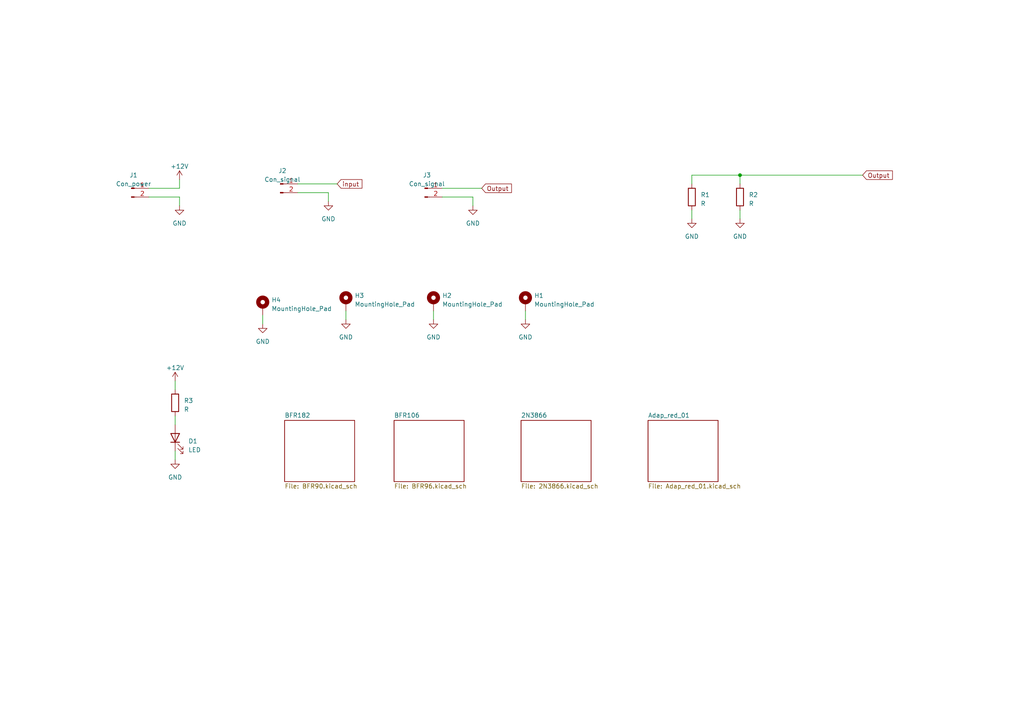
<source format=kicad_sch>
(kicad_sch (version 20230121) (generator eeschema)
  (paper "A4")
  (lib_symbols
    (symbol "Connector:Conn_01x02_Pin" (pin_names (offset 1.016) hide)
      (property "Reference" "J" (at 0 2.54 0))
      (property "Value" "Conn_01x02_Pin" (at 0 -5.08 0))
      (symbol "Conn_01x02_Pin_1_1"
        (polyline (pts (xy 1.27 -2.54) (xy 0.8636 -2.54)) (stroke (width 0.1524)))
        (polyline (pts (xy 1.27 0) (xy 0.8636 0)) (stroke (width 0.1524)))
        (rectangle (start 0.8636 -2.413) (end 0 -2.667) (stroke (width 0.1524)) (fill (type outline)))
        (rectangle (start 0.8636 0.127) (end 0 -0.127) (stroke (width 0.1524)) (fill (type outline)))
        (pin passive line (at 5.08 0 180) (length 3.81) (name "Pin_1") (number "1"))
        (pin passive line (at 5.08 -2.54 180) (length 3.81) (name "Pin_2") (number "2"))
      )
    )
    (symbol "Device:LED" (pin_numbers hide) (pin_names (offset 1.016) hide)
      (property "Reference" "D" (at 0 2.54 0))
      (property "Value" "LED" (at 0 -2.54 0))
      (symbol "LED_0_1"
        (polyline (pts (xy -1.27 -1.27) (xy -1.27 1.27)) (stroke (width 0.254)))
        (polyline (pts (xy -1.27 0) (xy 1.27 0)))
        (polyline (pts (xy 1.27 -1.27) (xy 1.27 1.27) (xy -1.27 0) (xy 1.27 -1.27)) (stroke (width 0.254)))
        (polyline (pts (xy -3.048 -0.762) (xy -4.572 -2.286) (xy -3.81 -2.286) (xy -4.572 -2.286) (xy -4.572 -1.524)))
        (polyline (pts (xy -1.778 -0.762) (xy -3.302 -2.286) (xy -2.54 -2.286) (xy -3.302 -2.286) (xy -3.302 -1.524)))
      )
      (symbol "LED_1_1"
        (pin passive line (at -3.81 0 0) (length 2.54) (name "K") (number "1"))
        (pin passive line (at 3.81 0 180) (length 2.54) (name "A") (number "2"))
      )
    )
    (symbol "Device:R" (pin_numbers hide) (pin_names (offset 0))
      (property "Reference" "R" (at 2.032 0 90))
      (property "Value" "R" (at 0 0 90))
      (symbol "R_0_1"
        (rectangle (start -1.016 -2.54) (end 1.016 2.54) (stroke (width 0.254)))
      )
      (symbol "R_1_1"
        (pin passive line (at 0 3.81 270) (length 1.27) (name "~") (number "1"))
        (pin passive line (at 0 -3.81 90) (length 1.27) (name "~") (number "2"))
      )
    )
    (symbol "Mechanical:MountingHole_Pad" (pin_numbers hide) (pin_names (offset 1.016) hide)
      (property "Reference" "H" (at 0 6.35 0))
      (property "Value" "MountingHole_Pad" (at 0 4.445 0))
      (symbol "MountingHole_Pad_0_1"
        (circle (center 0 1.27) (radius 1.27) (stroke (width 1.27)))
      )
      (symbol "MountingHole_Pad_1_1"
        (pin input line (at 0 -2.54 90) (length 2.54) (name "1") (number "1"))
      )
    )
    (symbol "power:+12V" (power) (pin_names (offset 0))
      (property "Value" "+12V" (at 0 3.556 0))
      (symbol "+12V_0_1"
        (polyline (pts (xy -0.762 1.27) (xy 0 2.54)))
        (polyline (pts (xy 0 0) (xy 0 2.54)))
        (polyline (pts (xy 0 2.54) (xy 0.762 1.27)))
      )
      (symbol "+12V_1_1"
        (pin power_in line (at 0 0 90) (length 0) hide (name "+12V") (number "1"))
      )
    )
    (symbol "power:GND" (power) (pin_names (offset 0))
      (property "Value" "GND" (at 0 -3.81 0))
      (symbol "GND_0_1"
        (polyline (pts (xy 0 0) (xy 0 -1.27) (xy 1.27 -1.27) (xy 0 -2.54) (xy -1.27 -1.27) (xy 0 -1.27)))
      )
      (symbol "GND_1_1"
        (pin power_in line (at 0 0 270) (length 0) hide (name "GND") (number "1"))
      )
    )
  )
  (junction (at 214.63 50.8))
  (wire (pts (xy 152.4 90.17) (xy 152.4 92.71)))
  (wire (pts (xy 50.8 110.49) (xy 50.8 113.03)))
  (wire (pts (xy 50.8 120.65) (xy 50.8 123.19)))
  (wire (pts (xy 100.33 90.17) (xy 100.33 92.71)))
  (wire (pts (xy 43.18 54.61) (xy 52.07 54.61)))
  (wire (pts (xy 200.66 50.8) (xy 200.66 53.34)))
  (wire (pts (xy 86.36 55.88) (xy 95.25 55.88)))
  (wire (pts (xy 214.63 60.96) (xy 214.63 63.5)))
  (wire (pts (xy 214.63 50.8) (xy 250.19 50.8)))
  (wire (pts (xy 128.27 57.15) (xy 137.16 57.15)))
  (wire (pts (xy 200.66 60.96) (xy 200.66 63.5)))
  (wire (pts (xy 137.16 57.15) (xy 137.16 59.69)))
  (wire (pts (xy 86.36 53.34) (xy 97.79 53.34)))
  (wire (pts (xy 50.8 130.81) (xy 50.8 133.35)))
  (wire (pts (xy 76.2 91.44) (xy 76.2 93.98)))
  (wire (pts (xy 128.27 54.61) (xy 139.7 54.61)))
  (wire (pts (xy 95.25 55.88) (xy 95.25 58.42)))
  (wire (pts (xy 52.07 54.61) (xy 52.07 52.07)))
  (wire (pts (xy 214.63 50.8) (xy 214.63 53.34)))
  (wire (pts (xy 52.07 57.15) (xy 52.07 59.69)))
  (wire (pts (xy 214.63 50.8) (xy 200.66 50.8)))
  (wire (pts (xy 43.18 57.15) (xy 52.07 57.15)))
  (wire (pts (xy 125.73 90.17) (xy 125.73 92.71)))
  (global_label "Output" (shape input) (at 250.19 50.8 0) (property "Intersheetrefs" "${INTERSHEET_REFS}" (effects hide)))
  (global_label "input" (shape input) (at 97.79 53.34 0) (property "Intersheetrefs" "${INTERSHEET_REFS}" (effects hide)))
  (global_label "Output" (shape input) (at 139.7 54.61 0) (property "Intersheetrefs" "${INTERSHEET_REFS}" (effects hide)))
  (symbol (lib_id "power:+12V") (at 50.8 110.49 0) (unit 1)
    (property "Reference" "#PWR07" (effects hide))
    (property "Value" "+12V" (at 50.8 106.68 0))
  )
  (symbol (lib_id "power:GND") (at 137.16 59.69 0) (unit 1)
    (property "Reference" "#PWR038" (effects hide))
    (property "Value" "GND" (at 137.16 64.77 0))
  )
  (symbol (lib_id "Device:R") (at 214.63 57.15 0) (unit 1)
    (property "Reference" "R2" (at 217.17 56.515 0) (effects (justify left)))
    (property "Value" "R" (at 217.17 59.055 0) (effects (justify left)))
    (property "Footprint" "Resistor_THT:R_Axial_DIN0309_L9.0mm_D3.2mm_P15.24mm_Horizontal" (effects hide))
  )
  (symbol (lib_id "Connector:Conn_01x02_Pin") (at 81.28 53.34 0) (unit 1)
    (property "Reference" "J2" (at 81.915 49.53 0))
    (property "Value" "Con_signal" (at 81.915 52.07 0))
    (property "Footprint" "Connector_Coaxial:SMA_Amphenol_901-143_Horizontal" (effects hide))
  )
  (symbol (lib_id "Mechanical:MountingHole_Pad") (at 100.33 87.63 0) (unit 1)
    (property "Reference" "H3" (at 102.87 85.725 0) (effects (justify left)))
    (property "Value" "MountingHole_Pad" (at 102.87 88.265 0) (effects (justify left)))
    (property "Footprint" "MountingHole:MountingHole_2.5mm_Pad" (effects hide))
  )
  (symbol (lib_id "power:GND") (at 95.25 58.42 0) (unit 1)
    (property "Reference" "#PWR03" (effects hide))
    (property "Value" "GND" (at 95.25 63.5 0))
  )
  (symbol (lib_id "power:+12V") (at 52.07 52.07 0) (unit 1)
    (property "Reference" "#PWR01" (effects hide))
    (property "Value" "+12V" (at 52.07 48.26 0))
  )
  (symbol (lib_id "power:GND") (at 52.07 59.69 0) (unit 1)
    (property "Reference" "#PWR02" (effects hide))
    (property "Value" "GND" (at 52.07 64.77 0))
  )
  (symbol (lib_id "power:GND") (at 100.33 92.71 0) (unit 1)
    (property "Reference" "#PWR036" (effects hide))
    (property "Value" "GND" (at 100.33 97.79 0))
  )
  (symbol (lib_id "power:GND") (at 214.63 63.5 0) (unit 1)
    (property "Reference" "#PWR06" (effects hide))
    (property "Value" "GND" (at 214.63 68.58 0))
  )
  (symbol (lib_id "Mechanical:MountingHole_Pad") (at 76.2 88.9 0) (unit 1)
    (property "Reference" "H4" (at 78.74 86.995 0) (effects (justify left)))
    (property "Value" "MountingHole_Pad" (at 78.74 89.535 0) (effects (justify left)))
    (property "Footprint" "MountingHole:MountingHole_2.5mm_Pad" (effects hide))
  )
  (symbol (lib_id "power:GND") (at 76.2 93.98 0) (unit 1)
    (property "Reference" "#PWR037" (effects hide))
    (property "Value" "GND" (at 76.2 99.06 0))
  )
  (symbol (lib_id "power:GND") (at 200.66 63.5 0) (unit 1)
    (property "Reference" "#PWR05" (effects hide))
    (property "Value" "GND" (at 200.66 68.58 0))
  )
  (symbol (lib_id "power:GND") (at 152.4 92.71 0) (unit 1)
    (property "Reference" "#PWR04" (effects hide))
    (property "Value" "GND" (at 152.4 97.79 0))
  )
  (symbol (lib_id "Mechanical:MountingHole_Pad") (at 125.73 87.63 0) (unit 1)
    (property "Reference" "H2" (at 128.27 85.725 0) (effects (justify left)))
    (property "Value" "MountingHole_Pad" (at 128.27 88.265 0) (effects (justify left)))
    (property "Footprint" "MountingHole:MountingHole_2.5mm_Pad" (effects hide))
  )
  (symbol (lib_id "power:GND") (at 50.8 133.35 0) (unit 1)
    (property "Reference" "#PWR08" (effects hide))
    (property "Value" "GND" (at 50.8 138.43 0))
  )
  (symbol (lib_id "power:GND") (at 125.73 92.71 0) (unit 1)
    (property "Reference" "#PWR035" (effects hide))
    (property "Value" "GND" (at 125.73 97.79 0))
  )
  (symbol (lib_id "Connector:Conn_01x02_Pin") (at 123.19 54.61 0) (unit 1)
    (property "Reference" "J3" (at 123.825 50.8 0))
    (property "Value" "Con_signal" (at 123.825 53.34 0))
    (property "Footprint" "Connector_Coaxial:SMA_Amphenol_901-143_Horizontal" (effects hide))
  )
  (symbol (lib_id "Connector:Conn_01x02_Pin") (at 38.1 54.61 0) (unit 1)
    (property "Reference" "J1" (at 38.735 50.8 0))
    (property "Value" "Con_power" (at 38.735 53.34 0))
    (property "Footprint" "TerminalBlock:TerminalBlock_bornier-2_P5.08mm" (effects hide))
  )
  (symbol (lib_id "Device:LED") (at 50.8 127 90) (unit 1)
    (property "Reference" "D1" (at 54.61 127.9525 90) (effects (justify right)))
    (property "Value" "LED" (at 54.61 130.4925 90) (effects (justify right)))
    (property "Footprint" "LED_THT:LED_D3.0mm" (effects hide))
  )
  (symbol (lib_id "Mechanical:MountingHole_Pad") (at 152.4 87.63 0) (unit 1)
    (property "Reference" "H1" (at 154.94 85.725 0) (effects (justify left)))
    (property "Value" "MountingHole_Pad" (at 154.94 88.265 0) (effects (justify left)))
    (property "Footprint" "MountingHole:MountingHole_2.5mm_Pad" (effects hide))
  )
  (symbol (lib_id "Device:R") (at 200.66 57.15 0) (unit 1)
    (property "Reference" "R1" (at 203.2 56.515 0) (effects (justify left)))
    (property "Value" "R" (at 203.2 59.055 0) (effects (justify left)))
    (property "Footprint" "Resistor_THT:R_Axial_DIN0309_L9.0mm_D3.2mm_P15.24mm_Horizontal" (effects hide))
  )
  (symbol (lib_id "Device:R") (at 50.8 116.84 0) (unit 1)
    (property "Reference" "R3" (at 53.34 116.205 0) (effects (justify left)))
    (property "Value" "R" (at 53.34 118.745 0) (effects (justify left)))
    (property "Footprint" "Resistor_THT:R_Axial_DIN0207_L6.3mm_D2.5mm_P7.62mm_Horizontal" (effects hide))
  )
  (sheet (at 187.96 121.92) (size 20.32 17.78) (stroke (width 0.1524))
    (property "Sheetname" "Adap_red_01" (at 187.96 121.2084 0) (effects (justify left bottom)))
    (property "Sheetfile" "Adap_red_01.kicad_sch" (at 187.96 140.2846 0) (effects (justify left top)))
  )
  (sheet (at 114.3 121.92) (size 20.32 17.78) (stroke (width 0.1524))
    (property "Sheetname" "BFR106" (at 114.3 121.2084 0) (effects (justify left bottom)))
    (property "Sheetfile" "BFR96.kicad_sch" (at 114.3 140.2846 0) (effects (justify left top)))
  )
  (sheet (at 82.55 121.92) (size 20.32 17.78) (stroke (width 0.1524))
    (property "Sheetname" "BFR182" (at 82.55 121.2084 0) (effects (justify left bottom)))
    (property "Sheetfile" "BFR90.kicad_sch" (at 82.55 140.2846 0) (effects (justify left top)))
  )
  (sheet (at 151.13 121.92) (size 20.32 17.78) (stroke (width 0.1524))
    (property "Sheetname" "2N3866" (at 151.13 121.2084 0) (effects (justify left bottom)))
    (property "Sheetfile" "2N3866.kicad_sch" (at 151.13 140.2846 0) (effects (justify left top)))
  )
)
</source>
